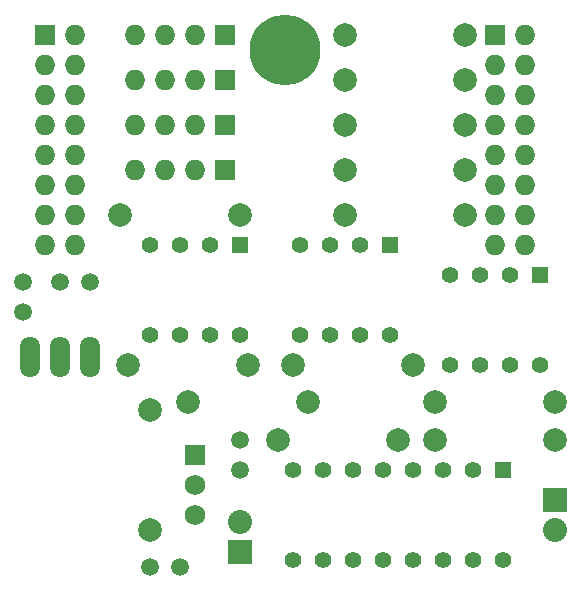
<source format=gbs>
%FSLAX34Y34*%
G04 Gerber Fmt 3.4, Leading zero omitted, Abs format*
G04 (created by PCBNEW (2014-jan-25)-product) date Sun 13 Jul 2014 08:05:19 AM PDT*
%MOIN*%
G01*
G70*
G90*
G04 APERTURE LIST*
%ADD10C,0.003937*%
%ADD11C,0.059100*%
%ADD12C,0.236220*%
%ADD13R,0.068000X0.068000*%
%ADD14C,0.068000*%
%ADD15O,0.068000X0.068000*%
%ADD16R,0.080000X0.080000*%
%ADD17O,0.080000X0.080000*%
%ADD18R,0.055000X0.055000*%
%ADD19C,0.055000*%
%ADD20C,0.078700*%
%ADD21O,0.066900X0.137800*%
G04 APERTURE END LIST*
G54D10*
G54D11*
X33500Y-49750D03*
X32500Y-49750D03*
X36500Y-59250D03*
X35500Y-59250D03*
X31250Y-50750D03*
X31250Y-49750D03*
X38500Y-56000D03*
X38500Y-55000D03*
G54D12*
X40000Y-42000D03*
G54D13*
X37000Y-55500D03*
G54D14*
X37000Y-56500D03*
X37000Y-57500D03*
G54D13*
X32000Y-41500D03*
G54D15*
X33000Y-41500D03*
X32000Y-42500D03*
X33000Y-42500D03*
X32000Y-43500D03*
X33000Y-43500D03*
X32000Y-44500D03*
X33000Y-44500D03*
X32000Y-45500D03*
X33000Y-45500D03*
X32000Y-46500D03*
X33000Y-46500D03*
X32000Y-47500D03*
X33000Y-47500D03*
X32000Y-48500D03*
X33000Y-48500D03*
G54D13*
X47000Y-41500D03*
G54D15*
X48000Y-41500D03*
X47000Y-42500D03*
X48000Y-42500D03*
X47000Y-43500D03*
X48000Y-43500D03*
X47000Y-44500D03*
X48000Y-44500D03*
X47000Y-45500D03*
X48000Y-45500D03*
X47000Y-46500D03*
X48000Y-46500D03*
X47000Y-47500D03*
X48000Y-47500D03*
X47000Y-48500D03*
X48000Y-48500D03*
G54D13*
X38000Y-43000D03*
G54D15*
X37000Y-43000D03*
X36000Y-43000D03*
X35000Y-43000D03*
G54D13*
X38000Y-41500D03*
G54D15*
X37000Y-41500D03*
X36000Y-41500D03*
X35000Y-41500D03*
G54D16*
X38500Y-58750D03*
G54D17*
X38500Y-57750D03*
G54D16*
X49000Y-57000D03*
G54D17*
X49000Y-58000D03*
G54D13*
X38000Y-44500D03*
G54D15*
X37000Y-44500D03*
X36000Y-44500D03*
X35000Y-44500D03*
G54D13*
X38000Y-46000D03*
G54D15*
X37000Y-46000D03*
X36000Y-46000D03*
X35000Y-46000D03*
G54D18*
X47250Y-56000D03*
G54D19*
X46250Y-56000D03*
X45250Y-56000D03*
X44250Y-56000D03*
X43250Y-56000D03*
X42250Y-56000D03*
X41250Y-56000D03*
X40250Y-56000D03*
X40250Y-59000D03*
X41250Y-59000D03*
X42250Y-59000D03*
X43250Y-59000D03*
X44250Y-59000D03*
X45250Y-59000D03*
X46250Y-59000D03*
X47250Y-59000D03*
G54D20*
X35500Y-54000D03*
X35500Y-58000D03*
X46000Y-47500D03*
X42000Y-47500D03*
X34500Y-47500D03*
X38500Y-47500D03*
X42000Y-46000D03*
X46000Y-46000D03*
X42000Y-44500D03*
X46000Y-44500D03*
X42000Y-43000D03*
X46000Y-43000D03*
X42000Y-41500D03*
X46000Y-41500D03*
X36750Y-53750D03*
X40750Y-53750D03*
X34750Y-52500D03*
X38750Y-52500D03*
X44250Y-52500D03*
X40250Y-52500D03*
X43750Y-55000D03*
X39750Y-55000D03*
X45000Y-53750D03*
X49000Y-53750D03*
X45000Y-55000D03*
X49000Y-55000D03*
G54D21*
X32500Y-52250D03*
X33500Y-52250D03*
X31500Y-52250D03*
G54D18*
X48500Y-49500D03*
G54D19*
X47500Y-49500D03*
X46500Y-49500D03*
X45500Y-49500D03*
X45500Y-52500D03*
X46500Y-52500D03*
X47500Y-52500D03*
X48500Y-52500D03*
G54D18*
X43500Y-48500D03*
G54D19*
X42500Y-48500D03*
X41500Y-48500D03*
X40500Y-48500D03*
X40500Y-51500D03*
X41500Y-51500D03*
X42500Y-51500D03*
X43500Y-51500D03*
G54D18*
X38500Y-48500D03*
G54D19*
X37500Y-48500D03*
X36500Y-48500D03*
X35500Y-48500D03*
X35500Y-51500D03*
X36500Y-51500D03*
X37500Y-51500D03*
X38500Y-51500D03*
M02*

</source>
